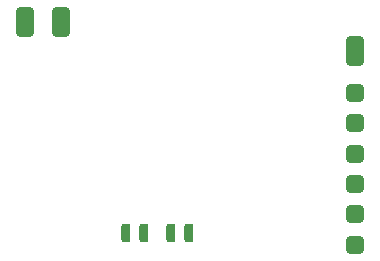
<source format=gbp>
G04*
G04 #@! TF.GenerationSoftware,Altium Limited,Altium Designer,18.1.7 (191)*
G04*
G04 Layer_Color=128*
%FSLAX25Y25*%
%MOIN*%
G70*
G01*
G75*
G04:AMPARAMS|DCode=83|XSize=60mil|YSize=30mil|CornerRadius=7.5mil|HoleSize=0mil|Usage=FLASHONLY|Rotation=90.000|XOffset=0mil|YOffset=0mil|HoleType=Round|Shape=RoundedRectangle|*
%AMROUNDEDRECTD83*
21,1,0.06000,0.01500,0,0,90.0*
21,1,0.04500,0.03000,0,0,90.0*
1,1,0.01500,0.00750,0.02250*
1,1,0.01500,0.00750,-0.02250*
1,1,0.01500,-0.00750,-0.02250*
1,1,0.01500,-0.00750,0.02250*
%
%ADD83ROUNDEDRECTD83*%
G04:AMPARAMS|DCode=84|XSize=60mil|YSize=100mil|CornerRadius=15mil|HoleSize=0mil|Usage=FLASHONLY|Rotation=0.000|XOffset=0mil|YOffset=0mil|HoleType=Round|Shape=RoundedRectangle|*
%AMROUNDEDRECTD84*
21,1,0.06000,0.07000,0,0,0.0*
21,1,0.03000,0.10000,0,0,0.0*
1,1,0.03000,0.01500,-0.03500*
1,1,0.03000,-0.01500,-0.03500*
1,1,0.03000,-0.01500,0.03500*
1,1,0.03000,0.01500,0.03500*
%
%ADD84ROUNDEDRECTD84*%
G04:AMPARAMS|DCode=85|XSize=100mil|YSize=60mil|CornerRadius=15mil|HoleSize=0mil|Usage=FLASHONLY|Rotation=90.000|XOffset=0mil|YOffset=0mil|HoleType=Round|Shape=RoundedRectangle|*
%AMROUNDEDRECTD85*
21,1,0.10000,0.03000,0,0,90.0*
21,1,0.07000,0.06000,0,0,90.0*
1,1,0.03000,0.01500,0.03500*
1,1,0.03000,0.01500,-0.03500*
1,1,0.03000,-0.01500,-0.03500*
1,1,0.03000,-0.01500,0.03500*
%
%ADD85ROUNDEDRECTD85*%
G04:AMPARAMS|DCode=86|XSize=60mil|YSize=60mil|CornerRadius=15mil|HoleSize=0mil|Usage=FLASHONLY|Rotation=0.000|XOffset=0mil|YOffset=0mil|HoleType=Round|Shape=RoundedRectangle|*
%AMROUNDEDRECTD86*
21,1,0.06000,0.03000,0,0,0.0*
21,1,0.03000,0.06000,0,0,0.0*
1,1,0.03000,0.01500,-0.01500*
1,1,0.03000,-0.01500,-0.01500*
1,1,0.03000,-0.01500,0.01500*
1,1,0.03000,0.01500,0.01500*
%
%ADD86ROUNDEDRECTD86*%
D83*
X113383Y24900D02*
D03*
X119400D02*
D03*
X104367D02*
D03*
X98350D02*
D03*
D84*
X174800Y85400D02*
D03*
D85*
X76600Y95200D02*
D03*
X64600D02*
D03*
D86*
X174800Y71483D02*
D03*
Y61367D02*
D03*
Y51250D02*
D03*
Y41133D02*
D03*
Y20900D02*
D03*
Y31017D02*
D03*
M02*

</source>
